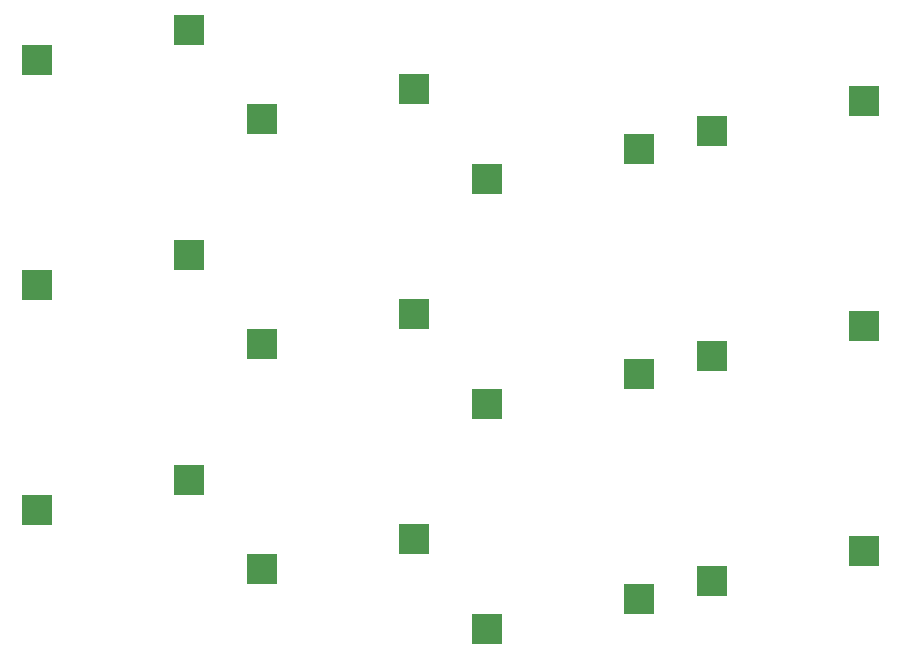
<source format=gbr>
G04 #@! TF.GenerationSoftware,KiCad,Pcbnew,(5.1.4)-1*
G04 #@! TF.CreationDate,2023-06-17T18:30:50-04:00*
G04 #@! TF.ProjectId,ThumbsUp,5468756d-6273-4557-902e-6b696361645f,rev?*
G04 #@! TF.SameCoordinates,Original*
G04 #@! TF.FileFunction,Paste,Bot*
G04 #@! TF.FilePolarity,Positive*
%FSLAX46Y46*%
G04 Gerber Fmt 4.6, Leading zero omitted, Abs format (unit mm)*
G04 Created by KiCad (PCBNEW (5.1.4)-1) date 2023-06-17 18:30:50*
%MOMM*%
%LPD*%
G04 APERTURE LIST*
%ADD10R,2.550000X2.500000*%
G04 APERTURE END LIST*
D10*
X248477025Y-522320322D03*
X261404025Y-519780322D03*
X229427025Y-564420323D03*
X242354025Y-561880323D03*
X229427026Y-545370322D03*
X242354026Y-542830322D03*
X248477025Y-560420322D03*
X261404025Y-557880322D03*
X248477024Y-541370322D03*
X261404024Y-538830322D03*
X210377025Y-559420322D03*
X223304025Y-556880322D03*
X191327025Y-516320322D03*
X204254025Y-513780322D03*
X191327025Y-535370323D03*
X204254025Y-532830323D03*
X191327025Y-554420322D03*
X204254025Y-551880322D03*
X210377025Y-540370322D03*
X223304025Y-537830322D03*
X229427025Y-526320322D03*
X242354025Y-523780322D03*
X210377025Y-521320323D03*
X223304025Y-518780323D03*
M02*

</source>
